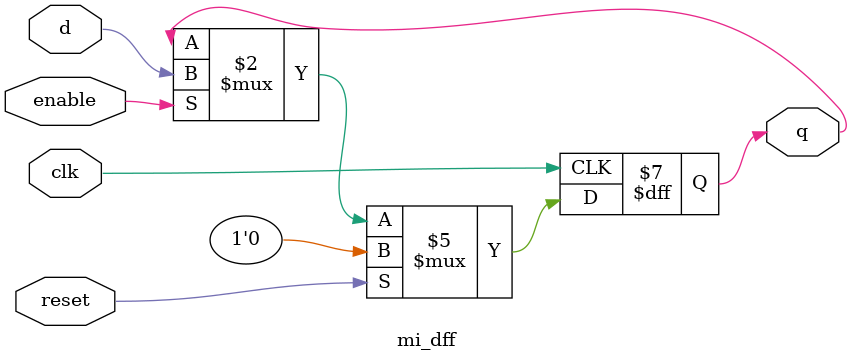
<source format=sv>
module mi_dff (
    input  logic clk,
    input  logic reset,
    input  logic enable,
    input  logic d,
    output logic q
);
    always_ff @(posedge clk) begin
        if (reset)
            q <= 0;
        else if (enable)
            q <= d;
    end
endmodule
</source>
